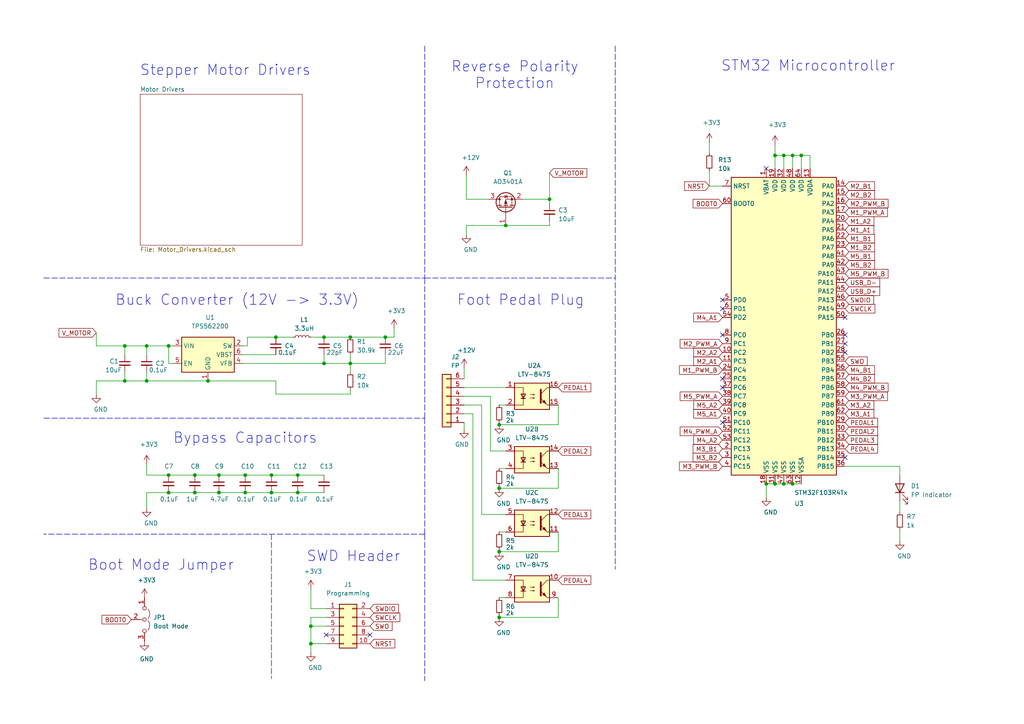
<source format=kicad_sch>
(kicad_sch (version 20210123) (generator eeschema)
  (paper "A4")
  (title_block (title "Bass-Assist Main Board") (date "2021-03-04") (rev "1.1"))
  (lib_symbols
    (symbol "Connector_Generic:Conn_01x06" (pin_names (offset 1.016) hide)
      (property "Reference" "J" (at 0 7.62 0))
      (property "Value" "Conn_01x06" (at 0 -10.16 0))
      (symbol "Conn_01x06_1_1"
        (rectangle (start -1.27 -4.953) (end 0 -5.207) (stroke (width 0.1524)))
        (rectangle (start -1.27 -7.493) (end 0 -7.747) (stroke (width 0.1524)))
        (rectangle (start -1.27 -2.413) (end 0 -2.667) (stroke (width 0.1524)))
        (rectangle (start -1.27 2.667) (end 0 2.413) (stroke (width 0.1524)))
        (rectangle (start -1.27 5.207) (end 0 4.953) (stroke (width 0.1524)))
        (rectangle (start -1.27 6.35) (end 1.27 -8.89) (stroke (width 0.254)) (fill (type background)))
        (rectangle (start -1.27 0.127) (end 0 -0.127) (stroke (width 0.1524)))
        (pin passive line (at -5.08 5.08 0) (length 3.81) (name "Pin_1") (number "1"))
        (pin passive line (at -5.08 2.54 0) (length 3.81) (name "Pin_2") (number "2"))
        (pin passive line (at -5.08 0 0) (length 3.81) (name "Pin_3") (number "3"))
        (pin passive line (at -5.08 -2.54 0) (length 3.81) (name "Pin_4") (number "4"))
        (pin passive line (at -5.08 -5.08 0) (length 3.81) (name "Pin_5") (number "5"))
        (pin passive line (at -5.08 -7.62 0) (length 3.81) (name "Pin_6") (number "6"))
      )
    )
    (symbol "Connector_Generic:Conn_02x05_Odd_Even" (pin_names (offset 1.016) hide)
      (property "Reference" "J" (at 1.27 7.62 0))
      (property "Value" "Conn_02x05_Odd_Even" (at 1.27 -7.62 0))
      (symbol "Conn_02x05_Odd_Even_1_1"
        (rectangle (start -1.27 -4.953) (end 0 -5.207) (stroke (width 0.1524)))
        (rectangle (start -1.27 -2.413) (end 0 -2.667) (stroke (width 0.1524)))
        (rectangle (start -1.27 2.667) (end 0 2.413) (stroke (width 0.1524)))
        (rectangle (start -1.27 5.207) (end 0 4.953) (stroke (width 0.1524)))
        (rectangle (start -1.27 6.35) (end 3.81 -6.35) (stroke (width 0.254)) (fill (type background)))
        (rectangle (start -1.27 0.127) (end 0 -0.127) (stroke (width 0.1524)))
        (rectangle (start 3.81 -4.953) (end 2.54 -5.207) (stroke (width 0.1524)))
        (rectangle (start 3.81 -2.413) (end 2.54 -2.667) (stroke (width 0.1524)))
        (rectangle (start 3.81 2.667) (end 2.54 2.413) (stroke (width 0.1524)))
        (rectangle (start 3.81 5.207) (end 2.54 4.953) (stroke (width 0.1524)))
        (rectangle (start 3.81 0.127) (end 2.54 -0.127) (stroke (width 0.1524)))
        (pin passive line (at -5.08 5.08 0) (length 3.81) (name "Pin_1") (number "1"))
        (pin passive line (at 7.62 -5.08 180) (length 3.81) (name "Pin_10") (number "10"))
        (pin passive line (at 7.62 5.08 180) (length 3.81) (name "Pin_2") (number "2"))
        (pin passive line (at -5.08 2.54 0) (length 3.81) (name "Pin_3") (number "3"))
        (pin passive line (at 7.62 2.54 180) (length 3.81) (name "Pin_4") (number "4"))
        (pin passive line (at -5.08 0 0) (length 3.81) (name "Pin_5") (number "5"))
        (pin passive line (at 7.62 0 180) (length 3.81) (name "Pin_6") (number "6"))
        (pin passive line (at -5.08 -2.54 0) (length 3.81) (name "Pin_7") (number "7"))
        (pin passive line (at 7.62 -2.54 180) (length 3.81) (name "Pin_8") (number "8"))
        (pin passive line (at -5.08 -5.08 0) (length 3.81) (name "Pin_9") (number "9"))
      )
    )
    (symbol "Device:C_Small" (pin_numbers hide) (pin_names (offset 0.254) hide)
      (property "Reference" "C" (at 0.254 1.778 0))
      (property "Value" "C_Small" (at 0.254 -2.032 0))
      (symbol "C_Small_0_1"
        (polyline (pts (xy -1.524 -0.508) (xy 1.524 -0.508)) (stroke (width 0.3302)))
        (polyline (pts (xy -1.524 0.508) (xy 1.524 0.508)) (stroke (width 0.3048)))
      )
      (symbol "C_Small_1_1"
        (pin passive line (at 0 2.54 270) (length 2.032) (name "~") (number "1"))
        (pin passive line (at 0 -2.54 90) (length 2.032) (name "~") (number "2"))
      )
    )
    (symbol "Device:LED" (pin_numbers hide) (pin_names (offset 1.016) hide)
      (property "Reference" "D" (at 0 2.54 0))
      (property "Value" "LED" (at 0 -2.54 0))
      (symbol "LED_0_1"
        (polyline (pts (xy -1.27 -1.27) (xy -1.27 1.27)) (stroke (width 0.254)))
        (polyline (pts (xy -1.27 0) (xy 1.27 0)))
        (polyline (pts (xy 1.27 -1.27) (xy 1.27 1.27) (xy -1.27 0) (xy 1.27 -1.27)) (stroke (width 0.254)))
        (polyline (pts (xy -3.048 -0.762) (xy -4.572 -2.286) (xy -3.81 -2.286) (xy -4.572 -2.286) (xy -4.572 -1.524)))
        (polyline (pts (xy -1.778 -0.762) (xy -3.302 -2.286) (xy -2.54 -2.286) (xy -3.302 -2.286) (xy -3.302 -1.524)))
      )
      (symbol "LED_1_1"
        (pin passive line (at -3.81 0 0) (length 2.54) (name "K") (number "1"))
        (pin passive line (at 3.81 0 180) (length 2.54) (name "A") (number "2"))
      )
    )
    (symbol "Device:L_Small" (pin_numbers hide) (pin_names (offset 0.254) hide)
      (property "Reference" "L" (at 0.762 1.016 0))
      (property "Value" "L_Small" (at 0.762 -1.016 0))
      (symbol "L_Small_0_1"
        (arc (start 0 -2.032) (end 0 -1.016) (radius (at 0 -1.524) (length 0.508) (angles -89.9 89.9)))
        (arc (start 0 -1.016) (end 0 0) (radius (at 0 -0.508) (length 0.508) (angles -89.9 89.9)))
        (arc (start 0 0) (end 0 1.016) (radius (at 0 0.508) (length 0.508) (angles -89.9 89.9)))
        (arc (start 0 1.016) (end 0 2.032) (radius (at 0 1.524) (length 0.508) (angles -89.9 89.9)))
      )
      (symbol "L_Small_1_1"
        (pin passive line (at 0 2.54 270) (length 0.508) (name "~") (number "1"))
        (pin passive line (at 0 -2.54 90) (length 0.508) (name "~") (number "2"))
      )
    )
    (symbol "Device:R_Small" (pin_numbers hide) (pin_names (offset 0.254) hide)
      (property "Reference" "R" (at 0.762 0.508 0))
      (property "Value" "R_Small" (at 0.762 -1.016 0))
      (symbol "R_Small_0_1"
        (rectangle (start -0.762 1.778) (end 0.762 -1.778) (stroke (width 0.2032)))
      )
      (symbol "R_Small_1_1"
        (pin passive line (at 0 2.54 270) (length 0.762) (name "~") (number "1"))
        (pin passive line (at 0 -2.54 90) (length 0.762) (name "~") (number "2"))
      )
    )
    (symbol "Isolator:LTV-847S" (pin_names (offset 1.016))
      (property "Reference" "U" (at -3.81 5.08 0))
      (property "Value" "LTV-847S" (at 0 -5.08 0))
      (symbol "LTV-847S_0_1"
        (rectangle (start -5.08 3.81) (end 5.08 -3.81) (stroke (width 0.254)) (fill (type background)))
        (polyline (pts (xy -3.175 -0.635) (xy -1.905 -0.635)) (stroke (width 0.254)))
        (polyline (pts (xy 2.54 0.635) (xy 4.445 2.54)))
        (polyline (pts (xy 4.445 -2.54) (xy 2.54 -0.635)) (fill (type outline)))
        (polyline (pts (xy 4.445 -2.54) (xy 5.08 -2.54)))
        (polyline (pts (xy 4.445 2.54) (xy 5.08 2.54)))
        (polyline (pts (xy -2.54 -0.635) (xy -2.54 -2.54) (xy -5.08 -2.54)))
        (polyline (pts (xy 2.54 1.905) (xy 2.54 -1.905) (xy 2.54 -1.905)) (stroke (width 0.508)))
        (polyline (pts (xy -5.08 2.54) (xy -2.54 2.54) (xy -2.54 -1.27) (xy -2.54 0.635)))
        (polyline (pts (xy -2.54 -0.635) (xy -3.175 0.635) (xy -1.905 0.635) (xy -2.54 -0.635)) (stroke (width 0.254)))
        (polyline (pts (xy -0.508 -0.508) (xy 0.762 -0.508) (xy 0.381 -0.635) (xy 0.381 -0.381) (xy 0.762 -0.508)))
        (polyline (pts (xy -0.508 0.508) (xy 0.762 0.508) (xy 0.381 0.381) (xy 0.381 0.635) (xy 0.762 0.508)))
        (polyline (pts (xy 3.048 -1.651) (xy 3.556 -1.143) (xy 4.064 -2.159) (xy 3.048 -1.651) (xy 3.048 -1.651)) (fill (type outline)))
      )
      (symbol "LTV-847S_1_1"
        (pin passive line (at -7.62 2.54 0) (length 2.54) (name "~") (number "1"))
        (pin passive line (at 7.62 -2.54 180) (length 2.54) (name "~") (number "15"))
        (pin passive line (at 7.62 2.54 180) (length 2.54) (name "~") (number "16"))
        (pin passive line (at -7.62 -2.54 0) (length 2.54) (name "~") (number "2"))
      )
      (symbol "LTV-847S_2_1"
        (pin passive line (at 7.62 -2.54 180) (length 2.54) (name "~") (number "13"))
        (pin passive line (at 7.62 2.54 180) (length 2.54) (name "~") (number "14"))
        (pin passive line (at -7.62 2.54 0) (length 2.54) (name "~") (number "3"))
        (pin passive line (at -7.62 -2.54 0) (length 2.54) (name "~") (number "4"))
      )
      (symbol "LTV-847S_3_1"
        (pin passive line (at 7.62 -2.54 180) (length 2.54) (name "~") (number "11"))
        (pin passive line (at 7.62 2.54 180) (length 2.54) (name "~") (number "12"))
        (pin passive line (at -7.62 2.54 0) (length 2.54) (name "~") (number "5"))
        (pin passive line (at -7.62 -2.54 0) (length 2.54) (name "~") (number "6"))
      )
      (symbol "LTV-847S_4_1"
        (pin passive line (at 7.62 2.54 180) (length 2.54) (name "~") (number "10"))
        (pin passive line (at -7.62 2.54 0) (length 2.54) (name "~") (number "7"))
        (pin passive line (at -7.62 -2.54 0) (length 2.54) (name "~") (number "8"))
        (pin passive line (at 7.62 -2.54 180) (length 2.54) (name "~") (number "9"))
      )
    )
    (symbol "Jumper:Jumper_3_Open" (pin_names (offset 0) hide)
      (property "Reference" "JP" (at -2.54 -2.54 0))
      (property "Value" "Jumper_3_Open" (at 0 2.794 0))
      (symbol "Jumper_3_Open_0_0"
        (circle (center -3.302 0) (radius 0.508))
        (circle (center 0 0) (radius 0.508))
        (circle (center 3.302 0) (radius 0.508))
      )
      (symbol "Jumper_3_Open_0_1"
        (arc (start -3.048 1.016) (end -0.254 1.016) (radius (at -1.651 -0.762) (length 2.2606) (angles 128.2 51.8)))
        (arc (start 0.254 1.016) (end 3.048 1.016) (radius (at 1.651 -0.762) (length 2.2606) (angles 128.2 51.8)))
        (polyline (pts (xy 0 -0.508) (xy 0 -1.27)))
      )
      (symbol "Jumper_3_Open_1_1"
        (pin passive line (at -6.35 0 0) (length 2.54) (name "A") (number "1"))
        (pin input line (at 0 -3.81 90) (length 2.54) (name "C") (number "2"))
        (pin passive line (at 6.35 0 180) (length 2.54) (name "B") (number "3"))
      )
    )
    (symbol "MCU_ST_STM32F1:STM32F103R4Tx"
      (property "Reference" "U" (at -15.24 44.45 0))
      (property "Value" "STM32F103R4Tx" (at 10.16 44.45 0))
      (symbol "STM32F103R4Tx_0_1"
        (rectangle (start -15.24 -43.18) (end 15.24 43.18) (stroke (width 0.254)) (fill (type background)))
      )
      (symbol "STM32F103R4Tx_1_1"
        (pin input line (at -17.78 35.56 0) (length 2.54) (name "BOOT0") (number "60"))
        (pin input line (at -17.78 40.64 0) (length 2.54) (name "NRST") (number "7"))
        (pin bidirectional line (at 17.78 40.64 180) (length 2.54) (name "PA0") (number "14"))
        (pin bidirectional line (at 17.78 38.1 180) (length 2.54) (name "PA1") (number "15"))
        (pin bidirectional line (at 17.78 15.24 180) (length 2.54) (name "PA10") (number "43"))
        (pin bidirectional line (at 17.78 12.7 180) (length 2.54) (name "PA11") (number "44"))
        (pin bidirectional line (at 17.78 10.16 180) (length 2.54) (name "PA12") (number "45"))
        (pin bidirectional line (at 17.78 7.62 180) (length 2.54) (name "PA13") (number "46"))
        (pin bidirectional line (at 17.78 5.08 180) (length 2.54) (name "PA14") (number "49"))
        (pin bidirectional line (at 17.78 2.54 180) (length 2.54) (name "PA15") (number "50"))
        (pin bidirectional line (at 17.78 35.56 180) (length 2.54) (name "PA2") (number "16"))
        (pin bidirectional line (at 17.78 33.02 180) (length 2.54) (name "PA3") (number "17"))
        (pin bidirectional line (at 17.78 30.48 180) (length 2.54) (name "PA4") (number "20"))
        (pin bidirectional line (at 17.78 27.94 180) (length 2.54) (name "PA5") (number "21"))
        (pin bidirectional line (at 17.78 25.4 180) (length 2.54) (name "PA6") (number "22"))
        (pin bidirectional line (at 17.78 22.86 180) (length 2.54) (name "PA7") (number "23"))
        (pin bidirectional line (at 17.78 20.32 180) (length 2.54) (name "PA8") (number "41"))
        (pin bidirectional line (at 17.78 17.78 180) (length 2.54) (name "PA9") (number "42"))
        (pin bidirectional line (at 17.78 -2.54 180) (length 2.54) (name "PB0") (number "26"))
        (pin bidirectional line (at 17.78 -5.08 180) (length 2.54) (name "PB1") (number "27"))
        (pin bidirectional line (at 17.78 -27.94 180) (length 2.54) (name "PB10") (number "29"))
        (pin bidirectional line (at 17.78 -30.48 180) (length 2.54) (name "PB11") (number "30"))
        (pin bidirectional line (at 17.78 -33.02 180) (length 2.54) (name "PB12") (number "33"))
        (pin bidirectional line (at 17.78 -35.56 180) (length 2.54) (name "PB13") (number "34"))
        (pin bidirectional line (at 17.78 -38.1 180) (length 2.54) (name "PB14") (number "35"))
        (pin bidirectional line (at 17.78 -40.64 180) (length 2.54) (name "PB15") (number "36"))
        (pin bidirectional line (at 17.78 -7.62 180) (length 2.54) (name "PB2") (number "28"))
        (pin bidirectional line (at 17.78 -10.16 180) (length 2.54) (name "PB3") (number "55"))
        (pin bidirectional line (at 17.78 -12.7 180) (length 2.54) (name "PB4") (number "56"))
        (pin bidirectional line (at 17.78 -15.24 180) (length 2.54) (name "PB5") (number "57"))
        (pin bidirectional line (at 17.78 -17.78 180) (length 2.54) (name "PB6") (number "58"))
        (pin bidirectional line (at 17.78 -20.32 180) (length 2.54) (name "PB7") (number "59"))
        (pin bidirectional line (at 17.78 -22.86 180) (length 2.54) (name "PB8") (number "61"))
        (pin bidirectional line (at 17.78 -25.4 180) (length 2.54) (name "PB9") (number "62"))
        (pin bidirectional line (at -17.78 -2.54 0) (length 2.54) (name "PC0") (number "8"))
        (pin bidirectional line (at -17.78 -5.08 0) (length 2.54) (name "PC1") (number "9"))
        (pin bidirectional line (at -17.78 -27.94 0) (length 2.54) (name "PC10") (number "51"))
        (pin bidirectional line (at -17.78 -30.48 0) (length 2.54) (name "PC11") (number "52"))
        (pin bidirectional line (at -17.78 -33.02 0) (length 2.54) (name "PC12") (number "53"))
        (pin bidirectional line (at -17.78 -35.56 0) (length 2.54) (name "PC13") (number "2"))
        (pin bidirectional line (at -17.78 -38.1 0) (length 2.54) (name "PC14") (number "3"))
        (pin bidirectional line (at -17.78 -40.64 0) (length 2.54) (name "PC15") (number "4"))
        (pin bidirectional line (at -17.78 -7.62 0) (length 2.54) (name "PC2") (number "10"))
        (pin bidirectional line (at -17.78 -10.16 0) (length 2.54) (name "PC3") (number "11"))
        (pin bidirectional line (at -17.78 -12.7 0) (length 2.54) (name "PC4") (number "24"))
        (pin bidirectional line (at -17.78 -15.24 0) (length 2.54) (name "PC5") (number "25"))
        (pin bidirectional line (at -17.78 -17.78 0) (length 2.54) (name "PC6") (number "37"))
        (pin bidirectional line (at -17.78 -20.32 0) (length 2.54) (name "PC7") (number "38"))
        (pin bidirectional line (at -17.78 -22.86 0) (length 2.54) (name "PC8") (number "39"))
        (pin bidirectional line (at -17.78 -25.4 0) (length 2.54) (name "PC9") (number "40"))
        (pin input line (at -17.78 7.62 0) (length 2.54) (name "PD0") (number "5"))
        (pin input line (at -17.78 5.08 0) (length 2.54) (name "PD1") (number "6"))
        (pin bidirectional line (at -17.78 2.54 0) (length 2.54) (name "PD2") (number "54"))
        (pin power_in line (at -5.08 45.72 270) (length 2.54) (name "VBAT") (number "1"))
        (pin power_in line (at -2.54 45.72 270) (length 2.54) (name "VDD") (number "19"))
        (pin power_in line (at 0 45.72 270) (length 2.54) (name "VDD") (number "32"))
        (pin power_in line (at 2.54 45.72 270) (length 2.54) (name "VDD") (number "48"))
        (pin power_in line (at 5.08 45.72 270) (length 2.54) (name "VDD") (number "64"))
        (pin power_in line (at 7.62 45.72 270) (length 2.54) (name "VDDA") (number "13"))
        (pin power_in line (at -5.08 -45.72 90) (length 2.54) (name "VSS") (number "18"))
        (pin power_in line (at -2.54 -45.72 90) (length 2.54) (name "VSS") (number "31"))
        (pin power_in line (at 0 -45.72 90) (length 2.54) (name "VSS") (number "47"))
        (pin power_in line (at 2.54 -45.72 90) (length 2.54) (name "VSS") (number "63"))
        (pin power_in line (at 5.08 -45.72 90) (length 2.54) (name "VSSA") (number "12"))
      )
    )
    (symbol "Regulator_Switching:TPS562200"
      (property "Reference" "U" (at -7.62 6.35 0))
      (property "Value" "TPS562200" (at -2.54 6.35 0))
      (symbol "TPS562200_0_1"
        (rectangle (start -7.62 5.08) (end 7.62 -5.08) (stroke (width 0.254)) (fill (type background)))
      )
      (symbol "TPS562200_1_1"
        (pin power_in line (at 0 -7.62 90) (length 2.54) (name "GND") (number "1"))
        (pin output line (at 10.16 2.54 180) (length 2.54) (name "SW") (number "2"))
        (pin power_in line (at -10.16 2.54 0) (length 2.54) (name "VIN") (number "3"))
        (pin input line (at 10.16 -2.54 180) (length 2.54) (name "VFB") (number "4"))
        (pin input line (at -10.16 -2.54 0) (length 2.54) (name "EN") (number "5"))
        (pin passive line (at 10.16 0 180) (length 2.54) (name "VBST") (number "6"))
      )
    )
    (symbol "Transistor_FET:AO3401A" (pin_names hide)
      (property "Reference" "Q" (at 5.08 1.905 0))
      (property "Value" "AO3401A" (at 5.08 0 0))
      (symbol "AO3401A_0_1"
        (circle (center 1.651 0) (radius 2.794) (stroke (width 0.254)))
        (circle (center 2.54 -1.778) (radius 0.254) (fill (type outline)))
        (circle (center 2.54 1.778) (radius 0.254) (fill (type outline)))
        (polyline (pts (xy 0.254 0) (xy -2.54 0)))
        (polyline (pts (xy 0.254 1.905) (xy 0.254 -1.905)) (stroke (width 0.254)))
        (polyline (pts (xy 0.762 -1.27) (xy 0.762 -2.286)) (stroke (width 0.254)))
        (polyline (pts (xy 0.762 0.508) (xy 0.762 -0.508)) (stroke (width 0.254)))
        (polyline (pts (xy 0.762 2.286) (xy 0.762 1.27)) (stroke (width 0.254)))
        (polyline (pts (xy 2.54 2.54) (xy 2.54 1.778)))
        (polyline (pts (xy 2.54 -2.54) (xy 2.54 0) (xy 0.762 0)))
        (polyline (pts (xy 0.762 1.778) (xy 3.302 1.778) (xy 3.302 -1.778) (xy 0.762 -1.778)))
        (polyline (pts (xy 2.286 0) (xy 1.27 0.381) (xy 1.27 -0.381) (xy 2.286 0)) (fill (type outline)))
        (polyline (pts (xy 2.794 -0.508) (xy 2.921 -0.381) (xy 3.683 -0.381) (xy 3.81 -0.254)))
        (polyline (pts (xy 3.302 -0.381) (xy 2.921 0.254) (xy 3.683 0.254) (xy 3.302 -0.381)))
      )
      (symbol "AO3401A_1_1"
        (pin input line (at -5.08 0 0) (length 2.54) (name "G") (number "1"))
        (pin passive line (at 2.54 -5.08 90) (length 2.54) (name "S") (number "2"))
        (pin passive line (at 2.54 5.08 270) (length 2.54) (name "D") (number "3"))
      )
    )
    (symbol "power:+12V" (power) (pin_names (offset 0))
      (property "Value" "+12V" (at 0 3.556 0))
      (symbol "+12V_0_1"
        (polyline (pts (xy -0.762 1.27) (xy 0 2.54)))
        (polyline (pts (xy 0 0) (xy 0 2.54)))
        (polyline (pts (xy 0 2.54) (xy 0.762 1.27)))
      )
      (symbol "+12V_1_1"
        (pin power_in line (at 0 0 90) (length 0) hide (name "+12V") (number "1"))
      )
    )
    (symbol "power:+3.3V" (power) (pin_names (offset 0))
      (property "Value" "+3.3V" (at 0 3.556 0))
      (symbol "+3.3V_0_1"
        (polyline (pts (xy -0.762 1.27) (xy 0 2.54)))
        (polyline (pts (xy 0 0) (xy 0 2.54)))
        (polyline (pts (xy 0 2.54) (xy 0.762 1.27)))
      )
      (symbol "+3.3V_1_1"
        (pin power_in line (at 0 0 90) (length 0) hide (name "+3V3") (number "1"))
      )
    )
    (symbol "power:GND" (power) (pin_names (offset 0))
      (property "Value" "GND" (at 0 -3.81 0))
      (symbol "GND_0_1"
        (polyline (pts (xy 0 0) (xy 0 -1.27) (xy 1.27 -1.27) (xy 0 -2.54) (xy -1.27 -1.27) (xy 0 -1.27)))
      )
      (symbol "GND_1_1"
        (pin power_in line (at 0 0 270) (length 0) hide (name "GND") (number "1"))
      )
    )
  )
  (junction (at 36.195 100.33) (diameter 0.9144))
  (junction (at 36.195 110.49) (diameter 0.9144))
  (junction (at 42.545 100.33) (diameter 0.9144))
  (junction (at 42.545 110.49) (diameter 0.9144))
  (junction (at 48.895 100.33) (diameter 0.9144))
  (junction (at 48.895 137.795) (diameter 0.9144))
  (junction (at 48.895 142.875) (diameter 0.9144))
  (junction (at 56.515 137.795) (diameter 0.9144))
  (junction (at 56.515 142.875) (diameter 0.9144))
  (junction (at 60.325 110.49) (diameter 0.9144))
  (junction (at 63.5 137.795) (diameter 0.9144))
  (junction (at 63.5 142.875) (diameter 0.9144))
  (junction (at 71.12 137.795) (diameter 0.9144))
  (junction (at 71.12 142.875) (diameter 0.9144))
  (junction (at 78.74 137.795) (diameter 0.9144))
  (junction (at 78.74 142.875) (diameter 0.9144))
  (junction (at 80.01 97.79) (diameter 0.9144))
  (junction (at 86.36 137.795) (diameter 0.9144))
  (junction (at 86.36 142.875) (diameter 0.9144))
  (junction (at 90.17 181.61) (diameter 0.9144))
  (junction (at 90.17 186.69) (diameter 0.9144))
  (junction (at 93.98 97.79) (diameter 0.9144))
  (junction (at 93.98 105.41) (diameter 0.9144))
  (junction (at 101.6 97.79) (diameter 0.9144))
  (junction (at 101.6 105.41) (diameter 0.9144))
  (junction (at 111.76 97.79) (diameter 0.9144))
  (junction (at 144.78 123.19) (diameter 0.9144))
  (junction (at 144.78 141.605) (diameter 0.9144))
  (junction (at 144.78 160.02) (diameter 0.9144))
  (junction (at 144.78 179.07) (diameter 0.9144))
  (junction (at 146.685 65.405) (diameter 0.9144))
  (junction (at 159.385 57.785) (diameter 0.9144))
  (junction (at 222.25 140.335) (diameter 0.9144))
  (junction (at 224.79 45.085) (diameter 0.9144))
  (junction (at 224.79 140.335) (diameter 0.9144))
  (junction (at 227.33 45.085) (diameter 0.9144))
  (junction (at 227.33 140.335) (diameter 0.9144))
  (junction (at 229.87 45.085) (diameter 0.9144))
  (junction (at 229.87 140.335) (diameter 0.9144))
  (junction (at 232.41 45.085) (diameter 0.9144))
  (no_connect (at 94.615 184.15))
  (no_connect (at 107.315 184.15))
  (no_connect (at 209.55 86.995))
  (no_connect (at 209.55 89.535))
  (no_connect (at 209.55 97.155))
  (no_connect (at 209.55 109.855))
  (no_connect (at 209.55 112.395))
  (no_connect (at 209.55 122.555))
  (no_connect (at 222.25 48.895))
  (no_connect (at 245.11 92.075))
  (no_connect (at 245.11 97.155))
  (no_connect (at 245.11 99.695))
  (no_connect (at 245.11 102.235))
  (no_connect (at 245.11 132.715))
  (wire (pts (xy 27.94 96.52) (xy 27.94 100.33)))
  (wire (pts (xy 27.94 100.33) (xy 36.195 100.33)))
  (wire (pts (xy 27.94 110.49) (xy 27.94 114.3)))
  (wire (pts (xy 27.94 110.49) (xy 36.195 110.49)))
  (wire (pts (xy 36.195 100.33) (xy 36.195 102.87)))
  (wire (pts (xy 36.195 100.33) (xy 42.545 100.33)))
  (wire (pts (xy 36.195 107.95) (xy 36.195 110.49)))
  (wire (pts (xy 36.195 110.49) (xy 42.545 110.49)))
  (wire (pts (xy 42.545 100.33) (xy 42.545 102.87)))
  (wire (pts (xy 42.545 100.33) (xy 48.895 100.33)))
  (wire (pts (xy 42.545 107.95) (xy 42.545 110.49)))
  (wire (pts (xy 42.545 110.49) (xy 60.325 110.49)))
  (wire (pts (xy 42.545 134.62) (xy 42.545 137.795)))
  (wire (pts (xy 42.545 137.795) (xy 48.895 137.795)))
  (wire (pts (xy 42.545 142.875) (xy 48.895 142.875)))
  (wire (pts (xy 42.545 147.32) (xy 42.545 142.875)))
  (wire (pts (xy 48.895 100.33) (xy 50.165 100.33)))
  (wire (pts (xy 48.895 105.41) (xy 48.895 100.33)))
  (wire (pts (xy 48.895 137.795) (xy 56.515 137.795)))
  (wire (pts (xy 48.895 142.875) (xy 56.515 142.875)))
  (wire (pts (xy 50.165 105.41) (xy 48.895 105.41)))
  (wire (pts (xy 56.515 137.795) (xy 63.5 137.795)))
  (wire (pts (xy 56.515 142.875) (xy 63.5 142.875)))
  (wire (pts (xy 63.5 137.795) (xy 71.12 137.795)))
  (wire (pts (xy 63.5 142.875) (xy 71.12 142.875)))
  (wire (pts (xy 70.485 102.87) (xy 80.01 102.87)))
  (wire (pts (xy 71.12 137.795) (xy 78.74 137.795)))
  (wire (pts (xy 71.12 142.875) (xy 78.74 142.875)))
  (wire (pts (xy 71.755 97.79) (xy 71.755 100.33)))
  (wire (pts (xy 71.755 100.33) (xy 70.485 100.33)))
  (wire (pts (xy 78.74 137.795) (xy 86.36 137.795)))
  (wire (pts (xy 78.74 142.875) (xy 86.36 142.875)))
  (wire (pts (xy 80.01 97.79) (xy 71.755 97.79)))
  (wire (pts (xy 80.01 97.79) (xy 85.09 97.79)))
  (wire (pts (xy 80.01 110.49) (xy 60.325 110.49)))
  (wire (pts (xy 80.01 110.49) (xy 80.01 114.3)))
  (wire (pts (xy 80.01 114.3) (xy 101.6 114.3)))
  (wire (pts (xy 86.36 137.795) (xy 93.98 137.795)))
  (wire (pts (xy 86.36 142.875) (xy 93.98 142.875)))
  (wire (pts (xy 90.17 97.79) (xy 93.98 97.79)))
  (wire (pts (xy 90.17 176.53) (xy 90.17 170.815)))
  (wire (pts (xy 90.17 179.07) (xy 90.17 181.61)))
  (wire (pts (xy 90.17 181.61) (xy 90.17 186.69)))
  (wire (pts (xy 90.17 186.69) (xy 90.17 189.23)))
  (wire (pts (xy 93.98 97.79) (xy 101.6 97.79)))
  (wire (pts (xy 93.98 102.87) (xy 93.98 105.41)))
  (wire (pts (xy 93.98 105.41) (xy 70.485 105.41)))
  (wire (pts (xy 93.98 105.41) (xy 101.6 105.41)))
  (wire (pts (xy 94.615 176.53) (xy 90.17 176.53)))
  (wire (pts (xy 94.615 179.07) (xy 90.17 179.07)))
  (wire (pts (xy 94.615 181.61) (xy 90.17 181.61)))
  (wire (pts (xy 94.615 186.69) (xy 90.17 186.69)))
  (wire (pts (xy 101.6 97.79) (xy 111.76 97.79)))
  (wire (pts (xy 101.6 102.87) (xy 101.6 105.41)))
  (wire (pts (xy 101.6 105.41) (xy 101.6 107.95)))
  (wire (pts (xy 101.6 114.3) (xy 101.6 113.03)))
  (wire (pts (xy 111.76 102.87) (xy 111.76 105.41)))
  (wire (pts (xy 111.76 105.41) (xy 101.6 105.41)))
  (wire (pts (xy 114.3 95.25) (xy 114.3 97.79)))
  (wire (pts (xy 114.3 97.79) (xy 111.76 97.79)))
  (wire (pts (xy 134.62 106.68) (xy 134.62 109.855)))
  (wire (pts (xy 134.62 112.395) (xy 146.685 112.395)))
  (wire (pts (xy 134.62 114.935) (xy 142.24 114.935)))
  (wire (pts (xy 134.62 117.475) (xy 139.7 117.475)))
  (wire (pts (xy 134.62 120.015) (xy 137.16 120.015)))
  (wire (pts (xy 134.62 124.46) (xy 134.62 122.555)))
  (wire (pts (xy 135.255 50.8) (xy 135.255 57.785)))
  (wire (pts (xy 135.255 57.785) (xy 141.605 57.785)))
  (wire (pts (xy 135.255 65.405) (xy 135.255 67.945)))
  (wire (pts (xy 135.255 65.405) (xy 146.685 65.405)))
  (wire (pts (xy 137.16 120.015) (xy 137.16 168.275)))
  (wire (pts (xy 137.16 168.275) (xy 146.685 168.275)))
  (wire (pts (xy 139.7 117.475) (xy 139.7 149.225)))
  (wire (pts (xy 139.7 149.225) (xy 146.685 149.225)))
  (wire (pts (xy 142.24 114.935) (xy 142.24 130.81)))
  (wire (pts (xy 142.24 130.81) (xy 146.685 130.81)))
  (wire (pts (xy 144.78 123.19) (xy 144.78 122.555)))
  (wire (pts (xy 144.78 135.89) (xy 146.685 135.89)))
  (wire (pts (xy 144.78 140.97) (xy 144.78 141.605)))
  (wire (pts (xy 144.78 141.605) (xy 161.925 141.605)))
  (wire (pts (xy 144.78 159.385) (xy 144.78 160.02)))
  (wire (pts (xy 144.78 160.02) (xy 161.925 160.02)))
  (wire (pts (xy 144.78 178.435) (xy 144.78 179.07)))
  (wire (pts (xy 144.78 179.07) (xy 161.925 179.07)))
  (wire (pts (xy 146.685 117.475) (xy 144.78 117.475)))
  (wire (pts (xy 146.685 154.305) (xy 144.78 154.305)))
  (wire (pts (xy 146.685 173.355) (xy 144.78 173.355)))
  (wire (pts (xy 151.765 57.785) (xy 159.385 57.785)))
  (wire (pts (xy 159.385 50.165) (xy 159.385 57.785)))
  (wire (pts (xy 159.385 57.785) (xy 159.385 59.055)))
  (wire (pts (xy 159.385 64.135) (xy 159.385 65.405)))
  (wire (pts (xy 159.385 65.405) (xy 146.685 65.405)))
  (wire (pts (xy 161.925 117.475) (xy 161.925 123.19)))
  (wire (pts (xy 161.925 123.19) (xy 144.78 123.19)))
  (wire (pts (xy 161.925 135.89) (xy 161.925 141.605)))
  (wire (pts (xy 161.925 154.305) (xy 161.925 160.02)))
  (wire (pts (xy 161.925 173.355) (xy 161.925 179.07)))
  (wire (pts (xy 205.74 41.275) (xy 205.74 44.45)))
  (wire (pts (xy 205.74 49.53) (xy 205.74 53.975)))
  (wire (pts (xy 205.74 53.975) (xy 209.55 53.975)))
  (wire (pts (xy 222.25 140.335) (xy 222.25 144.145)))
  (wire (pts (xy 222.25 140.335) (xy 224.79 140.335)))
  (wire (pts (xy 224.79 41.91) (xy 224.79 45.085)))
  (wire (pts (xy 224.79 45.085) (xy 224.79 48.895)))
  (wire (pts (xy 224.79 45.085) (xy 227.33 45.085)))
  (wire (pts (xy 224.79 140.335) (xy 227.33 140.335)))
  (wire (pts (xy 227.33 45.085) (xy 227.33 48.895)))
  (wire (pts (xy 227.33 45.085) (xy 229.87 45.085)))
  (wire (pts (xy 227.33 140.335) (xy 229.87 140.335)))
  (wire (pts (xy 229.87 45.085) (xy 229.87 48.895)))
  (wire (pts (xy 229.87 45.085) (xy 232.41 45.085)))
  (wire (pts (xy 229.87 140.335) (xy 232.41 140.335)))
  (wire (pts (xy 232.41 45.085) (xy 232.41 48.895)))
  (wire (pts (xy 232.41 45.085) (xy 234.95 45.085)))
  (wire (pts (xy 234.95 45.085) (xy 234.95 48.895)))
  (wire (pts (xy 245.11 135.255) (xy 260.985 135.255)))
  (wire (pts (xy 260.985 135.255) (xy 260.985 137.795)))
  (wire (pts (xy 260.985 145.415) (xy 260.985 148.59)))
  (wire (pts (xy 260.985 153.67) (xy 260.985 156.845)))
  (polyline (pts (xy 12.7 80.645) (xy 123.19 80.645)) (stroke (width 0) (type dash)))
  (polyline (pts (xy 12.7 121.285) (xy 123.19 121.285)) (stroke (width 0) (type dash)))
  (polyline (pts (xy 78.74 154.94) (xy 78.74 196.85)) (stroke (width 0) (type dash)))
  (polyline (pts (xy 123.19 13.335) (xy 123.19 80.645)) (stroke (width 0) (type dash)))
  (polyline (pts (xy 123.19 80.645) (xy 178.435 80.645)) (stroke (width 0) (type dash)))
  (polyline (pts (xy 123.19 121.285) (xy 123.19 80.645)) (stroke (width 0) (type dash)))
  (polyline (pts (xy 123.19 121.285) (xy 123.19 154.94)) (stroke (width 0) (type dash)))
  (polyline (pts (xy 123.19 154.94) (xy 12.7 154.94)) (stroke (width 0) (type dash)))
  (polyline (pts (xy 123.19 154.94) (xy 123.19 197.485)) (stroke (width 0) (type dash)))
  (polyline (pts (xy 178.435 13.335) (xy 178.435 165.1)) (stroke (width 0) (type dash)))
  (text "Boot Mode Jumper" (at 67.945 165.735 180) (effects (font (size 3 3)) (justify right bottom)))
  (text "Stepper Motor Drivers" (at 90.17 22.225 180) (effects (font (size 3 3)) (justify right bottom)))
  (text "Bypass Capacitors" (at 92.075 128.905 180) (effects (font (size 3 3)) (justify right bottom)))
  (text "Buck Converter (12V -> 3.3V)" (at 104.14 88.9 180) (effects (font (size 3 3)) (justify right bottom)))
  (text "SWD Header" (at 116.205 163.195 180) (effects (font (size 3 3)) (justify right bottom)))
  (text "Reverse Polarity\n   Protection" (at 130.81 26.035 0) (effects (font (size 3 3)) (justify left bottom)))
  (text "Foot Pedal Plug" (at 169.545 88.9 180) (effects (font (size 3 3)) (justify right bottom)))
  (text "STM32 Microcontroller" (at 259.715 20.955 180) (effects (font (size 3 3)) (justify right bottom)))
  (global_label "V_MOTOR" (shape input) (at 27.94 96.52 180) (property "Intersheet References" "${INTERSHEET_REFS}" (effects hide)))
  (global_label "BOOT0" (shape input) (at 38.1 179.705 180) (property "Intersheet References" "${INTERSHEET_REFS}" (effects hide)))
  (global_label "SWDIO" (shape input) (at 107.315 176.53 0) (property "Intersheet References" "${INTERSHEET_REFS}" (effects hide)))
  (global_label "SWCLK" (shape input) (at 107.315 179.07 0) (property "Intersheet References" "${INTERSHEET_REFS}" (effects hide)))
  (global_label "SWO" (shape input) (at 107.315 181.61 0) (property "Intersheet References" "${INTERSHEET_REFS}" (effects hide)))
  (global_label "NRST" (shape input) (at 107.315 186.69 0) (property "Intersheet References" "${INTERSHEET_REFS}" (effects hide)))
  (global_label "V_MOTOR" (shape input) (at 159.385 50.165 0) (property "Intersheet References" "${INTERSHEET_REFS}" (effects hide)))
  (global_label "PEDAL1" (shape input) (at 161.925 112.395 0) (property "Intersheet References" "${INTERSHEET_REFS}" (effects hide)))
  (global_label "PEDAL2" (shape input) (at 161.925 130.81 0) (property "Intersheet References" "${INTERSHEET_REFS}" (effects hide)))
  (global_label "PEDAL3" (shape input) (at 161.925 149.225 0) (property "Intersheet References" "${INTERSHEET_REFS}" (effects hide)))
  (global_label "PEDAL4" (shape input) (at 161.925 168.275 0) (property "Intersheet References" "${INTERSHEET_REFS}" (effects hide)))
  (global_label "NRST" (shape input) (at 205.74 53.975 180) (property "Intersheet References" "${INTERSHEET_REFS}" (effects hide)))
  (global_label "BOOT0" (shape input) (at 209.55 59.055 180) (property "Intersheet References" "${INTERSHEET_REFS}" (effects hide)))
  (global_label "M4_A1" (shape input) (at 209.55 92.075 180) (property "Intersheet References" "${INTERSHEET_REFS}" (effects hide)))
  (global_label "M2_PWM_A" (shape input) (at 209.55 99.695 180) (property "Intersheet References" "${INTERSHEET_REFS}" (effects hide)))
  (global_label "M2_A2" (shape input) (at 209.55 102.235 180) (property "Intersheet References" "${INTERSHEET_REFS}" (effects hide)))
  (global_label "M2_A1" (shape input) (at 209.55 104.775 180) (property "Intersheet References" "${INTERSHEET_REFS}" (effects hide)))
  (global_label "M1_PWM_B" (shape input) (at 209.55 107.315 180) (property "Intersheet References" "${INTERSHEET_REFS}" (effects hide)))
  (global_label "M5_PWM_A" (shape input) (at 209.55 114.935 180) (property "Intersheet References" "${INTERSHEET_REFS}" (effects hide)))
  (global_label "M5_A2" (shape input) (at 209.55 117.475 180) (property "Intersheet References" "${INTERSHEET_REFS}" (effects hide)))
  (global_label "M5_A1" (shape input) (at 209.55 120.015 180) (property "Intersheet References" "${INTERSHEET_REFS}" (effects hide)))
  (global_label "M4_PWM_A" (shape input) (at 209.55 125.095 180) (property "Intersheet References" "${INTERSHEET_REFS}" (effects hide)))
  (global_label "M4_A2" (shape input) (at 209.55 127.635 180) (property "Intersheet References" "${INTERSHEET_REFS}" (effects hide)))
  (global_label "M3_B1" (shape input) (at 209.55 130.175 180) (property "Intersheet References" "${INTERSHEET_REFS}" (effects hide)))
  (global_label "M3_B2" (shape input) (at 209.55 132.715 180) (property "Intersheet References" "${INTERSHEET_REFS}" (effects hide)))
  (global_label "M3_PWM_B" (shape input) (at 209.55 135.255 180) (property "Intersheet References" "${INTERSHEET_REFS}" (effects hide)))
  (global_label "M2_B1" (shape input) (at 245.11 53.975 0) (property "Intersheet References" "${INTERSHEET_REFS}" (effects hide)))
  (global_label "M2_B2" (shape input) (at 245.11 56.515 0) (property "Intersheet References" "${INTERSHEET_REFS}" (effects hide)))
  (global_label "M2_PWM_B" (shape input) (at 245.11 59.055 0) (property "Intersheet References" "${INTERSHEET_REFS}" (effects hide)))
  (global_label "M1_PWM_A" (shape input) (at 245.11 61.595 0) (property "Intersheet References" "${INTERSHEET_REFS}" (effects hide)))
  (global_label "M1_A2" (shape input) (at 245.11 64.135 0) (property "Intersheet References" "${INTERSHEET_REFS}" (effects hide)))
  (global_label "M1_A1" (shape input) (at 245.11 66.675 0) (property "Intersheet References" "${INTERSHEET_REFS}" (effects hide)))
  (global_label "M1_B1" (shape input) (at 245.11 69.215 0) (property "Intersheet References" "${INTERSHEET_REFS}" (effects hide)))
  (global_label "M1_B2" (shape input) (at 245.11 71.755 0) (property "Intersheet References" "${INTERSHEET_REFS}" (effects hide)))
  (global_label "M5_B1" (shape input) (at 245.11 74.295 0) (property "Intersheet References" "${INTERSHEET_REFS}" (effects hide)))
  (global_label "M5_B2" (shape input) (at 245.11 76.835 0) (property "Intersheet References" "${INTERSHEET_REFS}" (effects hide)))
  (global_label "M5_PWM_B" (shape input) (at 245.11 79.375 0) (property "Intersheet References" "${INTERSHEET_REFS}" (effects hide)))
  (global_label "USB_D-" (shape input) (at 245.11 81.915 0) (property "Intersheet References" "${INTERSHEET_REFS}" (effects hide)))
  (global_label "USB_D+" (shape input) (at 245.11 84.455 0) (property "Intersheet References" "${INTERSHEET_REFS}" (effects hide)))
  (global_label "SWDIO" (shape input) (at 245.11 86.995 0) (property "Intersheet References" "${INTERSHEET_REFS}" (effects hide)))
  (global_label "SWCLK" (shape input) (at 245.11 89.535 0) (property "Intersheet References" "${INTERSHEET_REFS}" (effects hide)))
  (global_label "SWO" (shape input) (at 245.11 104.775 0) (property "Intersheet References" "${INTERSHEET_REFS}" (effects hide)))
  (global_label "M4_B1" (shape input) (at 245.11 107.315 0) (property "Intersheet References" "${INTERSHEET_REFS}" (effects hide)))
  (global_label "M4_B2" (shape input) (at 245.11 109.855 0) (property "Intersheet References" "${INTERSHEET_REFS}" (effects hide)))
  (global_label "M4_PWM_B" (shape input) (at 245.11 112.395 0) (property "Intersheet References" "${INTERSHEET_REFS}" (effects hide)))
  (global_label "M3_PWM_A" (shape input) (at 245.11 114.935 0) (property "Intersheet References" "${INTERSHEET_REFS}" (effects hide)))
  (global_label "M3_A2" (shape input) (at 245.11 117.475 0) (property "Intersheet References" "${INTERSHEET_REFS}" (effects hide)))
  (global_label "M3_A1" (shape input) (at 245.11 120.015 0) (property "Intersheet References" "${INTERSHEET_REFS}" (effects hide)))
  (global_label "PEDAL1" (shape input) (at 245.11 122.555 0) (property "Intersheet References" "${INTERSHEET_REFS}" (effects hide)))
  (global_label "PEDAL2" (shape input) (at 245.11 125.095 0) (property "Intersheet References" "${INTERSHEET_REFS}" (effects hide)))
  (global_label "PEDAL3" (shape input) (at 245.11 127.635 0) (property "Intersheet References" "${INTERSHEET_REFS}" (effects hide)))
  (global_label "PEDAL4" (shape input) (at 245.11 130.175 0) (property "Intersheet References" "${INTERSHEET_REFS}" (effects hide)))
  (symbol (lib_id "Device:L_Small") (at 87.63 97.79 90) (unit 1)
    (property "Reference" "L1" (at 88.265 92.71 90))
    (property "Value" "3.3uH" (at 88.265 95.25 90))
    (property "Footprint" "Footprints:VLS6045AF" (effects hide))
  )
  (symbol (lib_id "power:+3.3V") (at 41.91 173.355 0) (unit 1)
    (property "Reference" "#PWR0133" (effects hide))
    (property "Value" "+3.3V" (at 42.545 168.275 0))
  )
  (symbol (lib_id "power:+3.3V") (at 42.545 134.62 0) (unit 1)
    (property "Reference" "#PWR0112" (effects hide))
    (property "Value" "+3.3V" (at 43.18 128.905 0))
  )
  (symbol (lib_id "power:+3.3V") (at 90.17 170.815 0) (unit 1)
    (property "Reference" "#PWR0109" (effects hide))
    (property "Value" "+3.3V" (at 90.805 165.735 0))
  )
  (symbol (lib_id "power:+3.3V") (at 114.3 95.25 0) (unit 1)
    (property "Reference" "#PWR0110" (effects hide))
    (property "Value" "+3.3V" (at 114.935 90.17 0))
  )
  (symbol (lib_id "power:+12V") (at 134.62 106.68 0) (unit 1)
    (property "Reference" "#PWR0103" (effects hide))
    (property "Value" "+12V" (at 135.255 101.6 0))
  )
  (symbol (lib_id "power:+12V") (at 135.255 50.8 0) (unit 1)
    (property "Reference" "#PWR0102" (effects hide))
    (property "Value" "+12V" (at 136.525 45.72 0))
  )
  (symbol (lib_id "power:+3.3V") (at 205.74 41.275 0) (unit 1)
    (property "Reference" "#PWR0132" (effects hide))
    (property "Value" "+3.3V" (at 206.375 35.56 0))
  )
  (symbol (lib_id "power:+3.3V") (at 224.79 41.91 0) (unit 1)
    (property "Reference" "#PWR0114" (effects hide))
    (property "Value" "+3.3V" (at 225.425 36.195 0))
  )
  (symbol (lib_id "power:GND") (at 27.94 114.3 0) (unit 1)
    (property "Reference" "#PWR0108" (effects hide))
    (property "Value" "GND" (at 29.21 118.745 0))
  )
  (symbol (lib_id "power:GND") (at 41.91 186.055 0) (unit 1)
    (property "Reference" "#PWR0134" (effects hide))
    (property "Value" "GND" (at 42.545 191.135 0))
  )
  (symbol (lib_id "power:GND") (at 42.545 147.32 0) (unit 1)
    (property "Reference" "#PWR0113" (effects hide))
    (property "Value" "GND" (at 43.815 151.765 0))
  )
  (symbol (lib_id "power:GND") (at 90.17 189.23 0) (unit 1)
    (property "Reference" "#PWR0135" (effects hide))
    (property "Value" "GND" (at 91.44 193.675 0))
  )
  (symbol (lib_id "power:GND") (at 134.62 124.46 0) (unit 1)
    (property "Reference" "#PWR0131" (effects hide))
    (property "Value" "GND" (at 133.985 128.905 0))
  )
  (symbol (lib_id "power:GND") (at 135.255 67.945 0) (unit 1)
    (property "Reference" "#PWR0101" (effects hide))
    (property "Value" "GND" (at 136.525 72.39 0))
  )
  (symbol (lib_id "power:GND") (at 144.78 123.19 0) (unit 1)
    (property "Reference" "#PWR0106" (effects hide))
    (property "Value" "GND" (at 146.05 127.635 0))
  )
  (symbol (lib_id "power:GND") (at 144.78 141.605 0) (unit 1)
    (property "Reference" "#PWR0105" (effects hide))
    (property "Value" "GND" (at 146.05 146.05 0))
  )
  (symbol (lib_id "power:GND") (at 144.78 160.02 0) (unit 1)
    (property "Reference" "#PWR0107" (effects hide))
    (property "Value" "GND" (at 146.05 164.465 0))
  )
  (symbol (lib_id "power:GND") (at 144.78 179.07 0) (unit 1)
    (property "Reference" "#PWR0104" (effects hide))
    (property "Value" "GND" (at 146.05 183.515 0))
  )
  (symbol (lib_id "power:GND") (at 222.25 144.145 0) (unit 1)
    (property "Reference" "#PWR0115" (effects hide))
    (property "Value" "GND" (at 223.52 148.59 0))
  )
  (symbol (lib_id "power:GND") (at 260.985 156.845 0) (unit 1)
    (property "Reference" "#PWR0111" (effects hide))
    (property "Value" "GND" (at 262.255 161.29 0))
  )
  (symbol (lib_id "Device:R_Small") (at 101.6 100.33 0) (unit 1)
    (property "Reference" "R1" (at 103.505 99.06 0) (effects (justify left)))
    (property "Value" "30.9k" (at 103.505 101.6 0) (effects (justify left)))
    (property "Footprint" "Resistor_SMD:R_0402_1005Metric_Pad0.72x0.64mm_HandSolder" (effects hide))
  )
  (symbol (lib_id "Device:R_Small") (at 101.6 110.49 0) (unit 1)
    (property "Reference" "R2" (at 103.505 109.22 0) (effects (justify left)))
    (property "Value" "10k" (at 103.505 111.76 0) (effects (justify left)))
    (property "Footprint" "Resistor_SMD:R_0402_1005Metric_Pad0.72x0.64mm_HandSolder" (effects hide))
  )
  (symbol (lib_id "Device:R_Small") (at 144.78 120.015 0) (unit 1)
    (property "Reference" "R3" (at 146.685 120.015 0) (effects (justify left)))
    (property "Value" "2k" (at 146.685 121.92 0) (effects (justify left)))
    (property "Footprint" "Resistor_SMD:R_0402_1005Metric_Pad0.72x0.64mm_HandSolder" (effects hide))
  )
  (symbol (lib_id "Device:R_Small") (at 144.78 138.43 0) (unit 1)
    (property "Reference" "R4" (at 146.685 138.43 0) (effects (justify left)))
    (property "Value" "2k" (at 146.685 140.335 0) (effects (justify left)))
    (property "Footprint" "Resistor_SMD:R_0402_1005Metric_Pad0.72x0.64mm_HandSolder" (effects hide))
  )
  (symbol (lib_id "Device:R_Small") (at 144.78 156.845 0) (unit 1)
    (property "Reference" "R5" (at 146.685 156.845 0) (effects (justify left)))
    (property "Value" "2k" (at 146.685 158.75 0) (effects (justify left)))
    (property "Footprint" "Resistor_SMD:R_0402_1005Metric_Pad0.72x0.64mm_HandSolder" (effects hide))
  )
  (symbol (lib_id "Device:R_Small") (at 144.78 175.895 0) (unit 1)
    (property "Reference" "R6" (at 146.685 175.895 0) (effects (justify left)))
    (property "Value" "2k" (at 146.685 177.8 0) (effects (justify left)))
    (property "Footprint" "Resistor_SMD:R_0402_1005Metric_Pad0.72x0.64mm_HandSolder" (effects hide))
  )
  (symbol (lib_id "Device:R_Small") (at 205.74 46.99 0) (unit 1)
    (property "Reference" "R13" (at 208.28 46.355 0) (effects (justify left)))
    (property "Value" "10k" (at 208.28 48.895 0) (effects (justify left)))
    (property "Footprint" "Resistor_SMD:R_0402_1005Metric_Pad0.72x0.64mm_HandSolder" (effects hide))
  )
  (symbol (lib_id "Device:R_Small") (at 260.985 151.13 180) (unit 1)
    (property "Reference" "R7" (at 262.89 149.86 0) (effects (justify right)))
    (property "Value" "1k" (at 262.89 152.4 0) (effects (justify right)))
    (property "Footprint" "Resistor_SMD:R_0402_1005Metric_Pad0.72x0.64mm_HandSolder" (effects hide))
  )
  (symbol (lib_id "Device:C_Small") (at 36.195 105.41 0) (unit 1)
    (property "Reference" "C1" (at 31.75 104.775 0) (effects (justify left)))
    (property "Value" "10uF" (at 30.48 107.315 0) (effects (justify left)))
    (property "Footprint" "Capacitor_SMD:C_0402_1005Metric_Pad0.74x0.62mm_HandSolder" (effects hide))
  )
  (symbol (lib_id "Device:C_Small") (at 42.545 105.41 0) (unit 1)
    (property "Reference" "C2" (at 45.085 105.41 0) (effects (justify left)))
    (property "Value" "0.1uF" (at 43.18 107.315 0) (effects (justify left)))
    (property "Footprint" "Capacitor_SMD:C_0402_1005Metric_Pad0.74x0.62mm_HandSolder" (effects hide))
  )
  (symbol (lib_id "Device:C_Small") (at 48.895 140.335 0) (unit 1)
    (property "Reference" "C7" (at 47.625 135.255 0) (effects (justify left)))
    (property "Value" "0.1uF" (at 46.355 144.78 0) (effects (justify left)))
    (property "Footprint" "Capacitor_SMD:C_0402_1005Metric_Pad0.74x0.62mm_HandSolder" (effects hide))
  )
  (symbol (lib_id "Device:C_Small") (at 56.515 140.335 0) (unit 1)
    (property "Reference" "C8" (at 55.245 135.255 0) (effects (justify left)))
    (property "Value" "1uF" (at 53.975 144.78 0) (effects (justify left)))
    (property "Footprint" "Capacitor_SMD:C_0402_1005Metric_Pad0.74x0.62mm_HandSolder" (effects hide))
  )
  (symbol (lib_id "Device:C_Small") (at 63.5 140.335 0) (unit 1)
    (property "Reference" "C9" (at 62.23 135.255 0) (effects (justify left)))
    (property "Value" "4.7uF" (at 60.96 144.78 0) (effects (justify left)))
    (property "Footprint" "Capacitor_SMD:C_0402_1005Metric_Pad0.74x0.62mm_HandSolder" (effects hide))
  )
  (symbol (lib_id "Device:C_Small") (at 71.12 140.335 0) (unit 1)
    (property "Reference" "C10" (at 69.85 135.255 0) (effects (justify left)))
    (property "Value" "0.1uF" (at 68.58 144.78 0) (effects (justify left)))
    (property "Footprint" "Capacitor_SMD:C_0402_1005Metric_Pad0.74x0.62mm_HandSolder" (effects hide))
  )
  (symbol (lib_id "Device:C_Small") (at 78.74 140.335 0) (unit 1)
    (property "Reference" "C11" (at 77.47 135.255 0) (effects (justify left)))
    (property "Value" "0.1uF" (at 76.2 144.78 0) (effects (justify left)))
    (property "Footprint" "Capacitor_SMD:C_0402_1005Metric_Pad0.74x0.62mm_HandSolder" (effects hide))
  )
  (symbol (lib_id "Device:C_Small") (at 80.01 100.33 0) (unit 1)
    (property "Reference" "C4" (at 82.55 100.33 0) (effects (justify left)))
    (property "Value" "0.1uF" (at 80.645 102.235 0) (effects (justify left)))
    (property "Footprint" "Capacitor_SMD:C_0402_1005Metric_Pad0.74x0.62mm_HandSolder" (effects hide))
  )
  (symbol (lib_id "Device:C_Small") (at 86.36 140.335 0) (unit 1)
    (property "Reference" "C12" (at 85.09 135.255 0) (effects (justify left)))
    (property "Value" "0.1uF" (at 83.82 144.78 0) (effects (justify left)))
    (property "Footprint" "Capacitor_SMD:C_0402_1005Metric_Pad0.74x0.62mm_HandSolder" (effects hide))
  )
  (symbol (lib_id "Device:C_Small") (at 93.98 100.33 0) (unit 1)
    (property "Reference" "C5" (at 96.52 100.33 0) (effects (justify left)))
    (property "Value" "22pF" (at 94.615 102.235 0) (effects (justify left)))
    (property "Footprint" "Capacitor_SMD:C_0402_1005Metric_Pad0.74x0.62mm_HandSolder" (effects hide))
  )
  (symbol (lib_id "Device:C_Small") (at 93.98 140.335 0) (unit 1)
    (property "Reference" "C13" (at 92.71 135.255 0) (effects (justify left)))
    (property "Value" "0.1uF" (at 91.44 144.78 0) (effects (justify left)))
    (property "Footprint" "Capacitor_SMD:C_0402_1005Metric_Pad0.74x0.62mm_HandSolder" (effects hide))
  )
  (symbol (lib_id "Device:C_Small") (at 111.76 100.33 0) (unit 1)
    (property "Reference" "C6" (at 114.3 100.33 0) (effects (justify left)))
    (property "Value" "22uF" (at 112.395 102.235 0) (effects (justify left)))
    (property "Footprint" "Capacitor_SMD:C_0402_1005Metric_Pad0.74x0.62mm_HandSolder" (effects hide))
  )
  (symbol (lib_id "Device:C_Small") (at 159.385 61.595 0) (unit 1)
    (property "Reference" "C3" (at 161.925 60.96 0) (effects (justify left)))
    (property "Value" "10uF" (at 161.925 63.5 0) (effects (justify left)))
    (property "Footprint" "Capacitor_SMD:C_0402_1005Metric_Pad0.74x0.62mm_HandSolder" (effects hide))
  )
  (symbol (lib_id "Device:LED") (at 260.985 141.605 90) (unit 1)
    (property "Reference" "D1" (at 264.16 140.97 90) (effects (justify right)))
    (property "Value" "FP Indicator" (at 264.16 143.51 90) (effects (justify right)))
    (property "Footprint" "LED_THT:LED_D5.0mm" (effects hide))
  )
  (symbol (lib_id "Jumper:Jumper_3_Open") (at 41.91 179.705 270) (unit 1)
    (property "Reference" "JP1" (at 44.45 179.07 90) (effects (justify left)))
    (property "Value" "Boot Mode" (at 44.45 181.61 90) (effects (justify left)))
    (property "Footprint" "Connector_PinHeader_2.54mm:PinHeader_1x03_P2.54mm_Vertical" (effects hide))
  )
  (symbol (lib_id "Connector_Generic:Conn_01x06") (at 129.54 117.475 180) (unit 1)
    (property "Reference" "J2" (at 132.08 103.505 0))
    (property "Value" "FP" (at 132.08 106.045 0))
    (property "Footprint" "Connector_Molex:Molex_KK-254_AE-6410-06A_1x06_P2.54mm_Vertical" (effects hide))
  )
  (symbol (lib_id "Transistor_FET:AO3401A") (at 146.685 60.325 90) (unit 1)
    (property "Reference" "Q1" (at 147.32 50.165 90))
    (property "Value" "AO3401A" (at 147.32 52.705 90))
    (property "Footprint" "Package_TO_SOT_SMD:SOT-23" (effects hide))
    (property "Datasheet" "http://www.aosmd.com/pdfs/datasheet/AO3401A.pdf" (effects hide))
  )
  (symbol (lib_id "Isolator:LTV-847S") (at 154.305 114.935 0) (unit 1)
    (property "Reference" "U2" (at 154.94 106.045 0))
    (property "Value" "LTV-847S" (at 154.94 108.585 0))
    (property "Footprint" "Package_DIP:SMDIP-16_W9.53mm" (effects hide))
    (property "Datasheet" "http://www.us.liteon.com/downloads/LTV-817-827-847.PDF" (effects hide))
  )
  (symbol (lib_id "Isolator:LTV-847S") (at 154.305 133.35 0) (unit 2)
    (property "Reference" "U2" (at 154.305 124.46 0))
    (property "Value" "LTV-847S" (at 154.305 127 0))
    (property "Footprint" "Package_DIP:SMDIP-16_W9.53mm" (effects hide))
    (property "Datasheet" "http://www.us.liteon.com/downloads/LTV-817-827-847.PDF" (effects hide))
  )
  (symbol (lib_id "Isolator:LTV-847S") (at 154.305 151.765 0) (unit 3)
    (property "Reference" "U2" (at 154.305 142.875 0))
    (property "Value" "LTV-847S" (at 154.305 145.415 0))
    (property "Footprint" "Package_DIP:SMDIP-16_W9.53mm" (effects hide))
    (property "Datasheet" "http://www.us.liteon.com/downloads/LTV-817-827-847.PDF" (effects hide))
  )
  (symbol (lib_id "Isolator:LTV-847S") (at 154.305 170.815 0) (unit 4)
    (property "Reference" "U2" (at 154.305 161.29 0))
    (property "Value" "LTV-847S" (at 154.305 163.83 0))
    (property "Footprint" "Package_DIP:SMDIP-16_W9.53mm" (effects hide))
    (property "Datasheet" "http://www.us.liteon.com/downloads/LTV-817-827-847.PDF" (effects hide))
  )
  (symbol (lib_id "Connector_Generic:Conn_02x05_Odd_Even") (at 99.695 181.61 0) (unit 1)
    (property "Reference" "J1" (at 100.965 169.545 0))
    (property "Value" "Programming" (at 100.965 172.085 0))
    (property "Footprint" "Connector_PinHeader_1.27mm:PinHeader_2x05_P1.27mm_Vertical" (effects hide))
  )
  (symbol (lib_id "Regulator_Switching:TPS562200") (at 60.325 102.87 0) (unit 1)
    (property "Reference" "U1" (at 60.96 92.075 0))
    (property "Value" "TPS562200" (at 60.96 94.615 0))
    (property "Footprint" "Package_TO_SOT_SMD:SOT-23-6" (effects hide))
    (property "Datasheet" "http://www.ti.com/lit/ds/symlink/tps563200.pdf" (effects hide))
  )
  (symbol (lib_id "MCU_ST_STM32F1:STM32F103R4Tx") (at 227.33 94.615 0) (unit 1)
    (property "Reference" "U3" (at 231.775 146.05 0))
    (property "Value" "STM32F103R4Tx" (at 238.125 142.875 0))
    (property "Footprint" "Package_QFP:LQFP-64_10x10mm_P0.5mm" (effects hide))
    (property "Datasheet" "http://www.st.com/st-web-ui/static/active/en/resource/technical/document/datasheet/CD00210843.pdf" (effects hide))
  )
  (sheet (at 40.64 27.305) (size 46.99 43.815) (stroke (width 0.001))
    (property "Sheet name" "Motor Drivers" (at 40.64 26.6691 0) (effects (justify left bottom)))
    (property "Sheet file" "Motor_Drivers.kicad_sch" (at 40.64 71.6289 0) (effects (justify left top)))
  )
)
</source>
